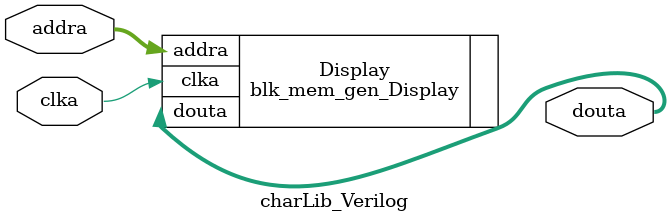
<source format=v>
`timescale 1ns / 1ps


module charLib_Verilog(
    input clka,
    input[10:0] addra,
    output [7:0] douta
    );
    
blk_mem_gen_Display Display(
    .clka(clka),
    .addra(addra),
    .douta(douta)
    );
    
endmodule

</source>
